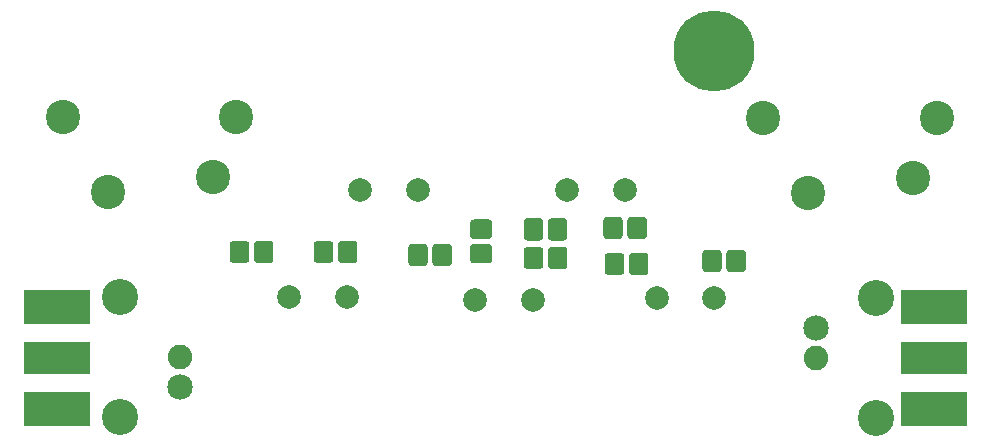
<source format=gbr>
G04 #@! TF.GenerationSoftware,KiCad,Pcbnew,(5.1.5)-3*
G04 #@! TF.CreationDate,2021-08-17T20:52:24-04:00*
G04 #@! TF.ProjectId,CW5,4357352e-6b69-4636-9164-5f7063625858,1*
G04 #@! TF.SameCoordinates,Original*
G04 #@! TF.FileFunction,Soldermask,Top*
G04 #@! TF.FilePolarity,Negative*
%FSLAX46Y46*%
G04 Gerber Fmt 4.6, Leading zero omitted, Abs format (unit mm)*
G04 Created by KiCad (PCBNEW (5.1.5)-3) date 2021-08-17 20:52:24*
%MOMM*%
%LPD*%
G04 APERTURE LIST*
%ADD10C,6.858000*%
%ADD11C,2.082800*%
%ADD12C,2.159000*%
%ADD13C,3.048000*%
%ADD14R,5.588000X2.794000*%
%ADD15R,5.588000X2.921000*%
%ADD16C,2.008000*%
%ADD17C,2.908000*%
%ADD18C,0.150000*%
G04 APERTURE END LIST*
D10*
X90571000Y-52717400D03*
D11*
X45359000Y-78625400D03*
D12*
X45359000Y-81165400D03*
D13*
X40279000Y-83705400D03*
X40279000Y-73545400D03*
X104287000Y-83832400D03*
X104287000Y-73672400D03*
D12*
X99207000Y-76212400D03*
D11*
X99207000Y-78752400D03*
D14*
X34945000Y-78752400D03*
D15*
X34945000Y-74434400D03*
X34945000Y-83070400D03*
X109240000Y-83070400D03*
X109240000Y-74434400D03*
D14*
X109240000Y-78752400D03*
D16*
X54630000Y-73545400D03*
X59530000Y-73545400D03*
X65552000Y-64528400D03*
X60652000Y-64528400D03*
X75278000Y-73799400D03*
X70378000Y-73799400D03*
X83078000Y-64528400D03*
X78178000Y-64528400D03*
X90645000Y-73672400D03*
X85745000Y-73672400D03*
D17*
X35453000Y-58305400D03*
X50153000Y-58305400D03*
X39263000Y-64655400D03*
X48153000Y-63385400D03*
X107462000Y-63512400D03*
X98572000Y-64782400D03*
X109462000Y-58432400D03*
X94762000Y-58432400D03*
D18*
G36*
X50933895Y-68783136D02*
G01*
X50968883Y-68788326D01*
X51003194Y-68796920D01*
X51036498Y-68808836D01*
X51068473Y-68823960D01*
X51098812Y-68842144D01*
X51127223Y-68863215D01*
X51153431Y-68886969D01*
X51177185Y-68913177D01*
X51198256Y-68941588D01*
X51216440Y-68971927D01*
X51231564Y-69003902D01*
X51243480Y-69037206D01*
X51252074Y-69071517D01*
X51257264Y-69106505D01*
X51259000Y-69141834D01*
X51259000Y-70328966D01*
X51257264Y-70364295D01*
X51252074Y-70399283D01*
X51243480Y-70433594D01*
X51231564Y-70466898D01*
X51216440Y-70498873D01*
X51198256Y-70529212D01*
X51177185Y-70557623D01*
X51153431Y-70583831D01*
X51127223Y-70607585D01*
X51098812Y-70628656D01*
X51068473Y-70646840D01*
X51036498Y-70661964D01*
X51003194Y-70673880D01*
X50968883Y-70682474D01*
X50933895Y-70687664D01*
X50898566Y-70689400D01*
X49961434Y-70689400D01*
X49926105Y-70687664D01*
X49891117Y-70682474D01*
X49856806Y-70673880D01*
X49823502Y-70661964D01*
X49791527Y-70646840D01*
X49761188Y-70628656D01*
X49732777Y-70607585D01*
X49706569Y-70583831D01*
X49682815Y-70557623D01*
X49661744Y-70529212D01*
X49643560Y-70498873D01*
X49628436Y-70466898D01*
X49616520Y-70433594D01*
X49607926Y-70399283D01*
X49602736Y-70364295D01*
X49601000Y-70328966D01*
X49601000Y-69141834D01*
X49602736Y-69106505D01*
X49607926Y-69071517D01*
X49616520Y-69037206D01*
X49628436Y-69003902D01*
X49643560Y-68971927D01*
X49661744Y-68941588D01*
X49682815Y-68913177D01*
X49706569Y-68886969D01*
X49732777Y-68863215D01*
X49761188Y-68842144D01*
X49791527Y-68823960D01*
X49823502Y-68808836D01*
X49856806Y-68796920D01*
X49891117Y-68788326D01*
X49926105Y-68783136D01*
X49961434Y-68781400D01*
X50898566Y-68781400D01*
X50933895Y-68783136D01*
G37*
G36*
X52983895Y-68783136D02*
G01*
X53018883Y-68788326D01*
X53053194Y-68796920D01*
X53086498Y-68808836D01*
X53118473Y-68823960D01*
X53148812Y-68842144D01*
X53177223Y-68863215D01*
X53203431Y-68886969D01*
X53227185Y-68913177D01*
X53248256Y-68941588D01*
X53266440Y-68971927D01*
X53281564Y-69003902D01*
X53293480Y-69037206D01*
X53302074Y-69071517D01*
X53307264Y-69106505D01*
X53309000Y-69141834D01*
X53309000Y-70328966D01*
X53307264Y-70364295D01*
X53302074Y-70399283D01*
X53293480Y-70433594D01*
X53281564Y-70466898D01*
X53266440Y-70498873D01*
X53248256Y-70529212D01*
X53227185Y-70557623D01*
X53203431Y-70583831D01*
X53177223Y-70607585D01*
X53148812Y-70628656D01*
X53118473Y-70646840D01*
X53086498Y-70661964D01*
X53053194Y-70673880D01*
X53018883Y-70682474D01*
X52983895Y-70687664D01*
X52948566Y-70689400D01*
X52011434Y-70689400D01*
X51976105Y-70687664D01*
X51941117Y-70682474D01*
X51906806Y-70673880D01*
X51873502Y-70661964D01*
X51841527Y-70646840D01*
X51811188Y-70628656D01*
X51782777Y-70607585D01*
X51756569Y-70583831D01*
X51732815Y-70557623D01*
X51711744Y-70529212D01*
X51693560Y-70498873D01*
X51678436Y-70466898D01*
X51666520Y-70433594D01*
X51657926Y-70399283D01*
X51652736Y-70364295D01*
X51651000Y-70328966D01*
X51651000Y-69141834D01*
X51652736Y-69106505D01*
X51657926Y-69071517D01*
X51666520Y-69037206D01*
X51678436Y-69003902D01*
X51693560Y-68971927D01*
X51711744Y-68941588D01*
X51732815Y-68913177D01*
X51756569Y-68886969D01*
X51782777Y-68863215D01*
X51811188Y-68842144D01*
X51841527Y-68823960D01*
X51873502Y-68808836D01*
X51906806Y-68796920D01*
X51941117Y-68788326D01*
X51976105Y-68783136D01*
X52011434Y-68781400D01*
X52948566Y-68781400D01*
X52983895Y-68783136D01*
G37*
G36*
X60095895Y-68783136D02*
G01*
X60130883Y-68788326D01*
X60165194Y-68796920D01*
X60198498Y-68808836D01*
X60230473Y-68823960D01*
X60260812Y-68842144D01*
X60289223Y-68863215D01*
X60315431Y-68886969D01*
X60339185Y-68913177D01*
X60360256Y-68941588D01*
X60378440Y-68971927D01*
X60393564Y-69003902D01*
X60405480Y-69037206D01*
X60414074Y-69071517D01*
X60419264Y-69106505D01*
X60421000Y-69141834D01*
X60421000Y-70328966D01*
X60419264Y-70364295D01*
X60414074Y-70399283D01*
X60405480Y-70433594D01*
X60393564Y-70466898D01*
X60378440Y-70498873D01*
X60360256Y-70529212D01*
X60339185Y-70557623D01*
X60315431Y-70583831D01*
X60289223Y-70607585D01*
X60260812Y-70628656D01*
X60230473Y-70646840D01*
X60198498Y-70661964D01*
X60165194Y-70673880D01*
X60130883Y-70682474D01*
X60095895Y-70687664D01*
X60060566Y-70689400D01*
X59123434Y-70689400D01*
X59088105Y-70687664D01*
X59053117Y-70682474D01*
X59018806Y-70673880D01*
X58985502Y-70661964D01*
X58953527Y-70646840D01*
X58923188Y-70628656D01*
X58894777Y-70607585D01*
X58868569Y-70583831D01*
X58844815Y-70557623D01*
X58823744Y-70529212D01*
X58805560Y-70498873D01*
X58790436Y-70466898D01*
X58778520Y-70433594D01*
X58769926Y-70399283D01*
X58764736Y-70364295D01*
X58763000Y-70328966D01*
X58763000Y-69141834D01*
X58764736Y-69106505D01*
X58769926Y-69071517D01*
X58778520Y-69037206D01*
X58790436Y-69003902D01*
X58805560Y-68971927D01*
X58823744Y-68941588D01*
X58844815Y-68913177D01*
X58868569Y-68886969D01*
X58894777Y-68863215D01*
X58923188Y-68842144D01*
X58953527Y-68823960D01*
X58985502Y-68808836D01*
X59018806Y-68796920D01*
X59053117Y-68788326D01*
X59088105Y-68783136D01*
X59123434Y-68781400D01*
X60060566Y-68781400D01*
X60095895Y-68783136D01*
G37*
G36*
X58045895Y-68783136D02*
G01*
X58080883Y-68788326D01*
X58115194Y-68796920D01*
X58148498Y-68808836D01*
X58180473Y-68823960D01*
X58210812Y-68842144D01*
X58239223Y-68863215D01*
X58265431Y-68886969D01*
X58289185Y-68913177D01*
X58310256Y-68941588D01*
X58328440Y-68971927D01*
X58343564Y-69003902D01*
X58355480Y-69037206D01*
X58364074Y-69071517D01*
X58369264Y-69106505D01*
X58371000Y-69141834D01*
X58371000Y-70328966D01*
X58369264Y-70364295D01*
X58364074Y-70399283D01*
X58355480Y-70433594D01*
X58343564Y-70466898D01*
X58328440Y-70498873D01*
X58310256Y-70529212D01*
X58289185Y-70557623D01*
X58265431Y-70583831D01*
X58239223Y-70607585D01*
X58210812Y-70628656D01*
X58180473Y-70646840D01*
X58148498Y-70661964D01*
X58115194Y-70673880D01*
X58080883Y-70682474D01*
X58045895Y-70687664D01*
X58010566Y-70689400D01*
X57073434Y-70689400D01*
X57038105Y-70687664D01*
X57003117Y-70682474D01*
X56968806Y-70673880D01*
X56935502Y-70661964D01*
X56903527Y-70646840D01*
X56873188Y-70628656D01*
X56844777Y-70607585D01*
X56818569Y-70583831D01*
X56794815Y-70557623D01*
X56773744Y-70529212D01*
X56755560Y-70498873D01*
X56740436Y-70466898D01*
X56728520Y-70433594D01*
X56719926Y-70399283D01*
X56714736Y-70364295D01*
X56713000Y-70328966D01*
X56713000Y-69141834D01*
X56714736Y-69106505D01*
X56719926Y-69071517D01*
X56728520Y-69037206D01*
X56740436Y-69003902D01*
X56755560Y-68971927D01*
X56773744Y-68941588D01*
X56794815Y-68913177D01*
X56818569Y-68886969D01*
X56844777Y-68863215D01*
X56873188Y-68842144D01*
X56903527Y-68823960D01*
X56935502Y-68808836D01*
X56968806Y-68796920D01*
X57003117Y-68788326D01*
X57038105Y-68783136D01*
X57073434Y-68781400D01*
X58010566Y-68781400D01*
X58045895Y-68783136D01*
G37*
G36*
X68096895Y-69037136D02*
G01*
X68131883Y-69042326D01*
X68166194Y-69050920D01*
X68199498Y-69062836D01*
X68231473Y-69077960D01*
X68261812Y-69096144D01*
X68290223Y-69117215D01*
X68316431Y-69140969D01*
X68340185Y-69167177D01*
X68361256Y-69195588D01*
X68379440Y-69225927D01*
X68394564Y-69257902D01*
X68406480Y-69291206D01*
X68415074Y-69325517D01*
X68420264Y-69360505D01*
X68422000Y-69395834D01*
X68422000Y-70582966D01*
X68420264Y-70618295D01*
X68415074Y-70653283D01*
X68406480Y-70687594D01*
X68394564Y-70720898D01*
X68379440Y-70752873D01*
X68361256Y-70783212D01*
X68340185Y-70811623D01*
X68316431Y-70837831D01*
X68290223Y-70861585D01*
X68261812Y-70882656D01*
X68231473Y-70900840D01*
X68199498Y-70915964D01*
X68166194Y-70927880D01*
X68131883Y-70936474D01*
X68096895Y-70941664D01*
X68061566Y-70943400D01*
X67124434Y-70943400D01*
X67089105Y-70941664D01*
X67054117Y-70936474D01*
X67019806Y-70927880D01*
X66986502Y-70915964D01*
X66954527Y-70900840D01*
X66924188Y-70882656D01*
X66895777Y-70861585D01*
X66869569Y-70837831D01*
X66845815Y-70811623D01*
X66824744Y-70783212D01*
X66806560Y-70752873D01*
X66791436Y-70720898D01*
X66779520Y-70687594D01*
X66770926Y-70653283D01*
X66765736Y-70618295D01*
X66764000Y-70582966D01*
X66764000Y-69395834D01*
X66765736Y-69360505D01*
X66770926Y-69325517D01*
X66779520Y-69291206D01*
X66791436Y-69257902D01*
X66806560Y-69225927D01*
X66824744Y-69195588D01*
X66845815Y-69167177D01*
X66869569Y-69140969D01*
X66895777Y-69117215D01*
X66924188Y-69096144D01*
X66954527Y-69077960D01*
X66986502Y-69062836D01*
X67019806Y-69050920D01*
X67054117Y-69042326D01*
X67089105Y-69037136D01*
X67124434Y-69035400D01*
X68061566Y-69035400D01*
X68096895Y-69037136D01*
G37*
G36*
X66046895Y-69037136D02*
G01*
X66081883Y-69042326D01*
X66116194Y-69050920D01*
X66149498Y-69062836D01*
X66181473Y-69077960D01*
X66211812Y-69096144D01*
X66240223Y-69117215D01*
X66266431Y-69140969D01*
X66290185Y-69167177D01*
X66311256Y-69195588D01*
X66329440Y-69225927D01*
X66344564Y-69257902D01*
X66356480Y-69291206D01*
X66365074Y-69325517D01*
X66370264Y-69360505D01*
X66372000Y-69395834D01*
X66372000Y-70582966D01*
X66370264Y-70618295D01*
X66365074Y-70653283D01*
X66356480Y-70687594D01*
X66344564Y-70720898D01*
X66329440Y-70752873D01*
X66311256Y-70783212D01*
X66290185Y-70811623D01*
X66266431Y-70837831D01*
X66240223Y-70861585D01*
X66211812Y-70882656D01*
X66181473Y-70900840D01*
X66149498Y-70915964D01*
X66116194Y-70927880D01*
X66081883Y-70936474D01*
X66046895Y-70941664D01*
X66011566Y-70943400D01*
X65074434Y-70943400D01*
X65039105Y-70941664D01*
X65004117Y-70936474D01*
X64969806Y-70927880D01*
X64936502Y-70915964D01*
X64904527Y-70900840D01*
X64874188Y-70882656D01*
X64845777Y-70861585D01*
X64819569Y-70837831D01*
X64795815Y-70811623D01*
X64774744Y-70783212D01*
X64756560Y-70752873D01*
X64741436Y-70720898D01*
X64729520Y-70687594D01*
X64720926Y-70653283D01*
X64715736Y-70618295D01*
X64714000Y-70582966D01*
X64714000Y-69395834D01*
X64715736Y-69360505D01*
X64720926Y-69325517D01*
X64729520Y-69291206D01*
X64741436Y-69257902D01*
X64756560Y-69225927D01*
X64774744Y-69195588D01*
X64795815Y-69167177D01*
X64819569Y-69140969D01*
X64845777Y-69117215D01*
X64874188Y-69096144D01*
X64904527Y-69077960D01*
X64936502Y-69062836D01*
X64969806Y-69050920D01*
X65004117Y-69042326D01*
X65039105Y-69037136D01*
X65074434Y-69035400D01*
X66011566Y-69035400D01*
X66046895Y-69037136D01*
G37*
G36*
X71514895Y-69044136D02*
G01*
X71549883Y-69049326D01*
X71584194Y-69057920D01*
X71617498Y-69069836D01*
X71649473Y-69084960D01*
X71679812Y-69103144D01*
X71708223Y-69124215D01*
X71734431Y-69147969D01*
X71758185Y-69174177D01*
X71779256Y-69202588D01*
X71797440Y-69232927D01*
X71812564Y-69264902D01*
X71824480Y-69298206D01*
X71833074Y-69332517D01*
X71838264Y-69367505D01*
X71840000Y-69402834D01*
X71840000Y-70339966D01*
X71838264Y-70375295D01*
X71833074Y-70410283D01*
X71824480Y-70444594D01*
X71812564Y-70477898D01*
X71797440Y-70509873D01*
X71779256Y-70540212D01*
X71758185Y-70568623D01*
X71734431Y-70594831D01*
X71708223Y-70618585D01*
X71679812Y-70639656D01*
X71649473Y-70657840D01*
X71617498Y-70672964D01*
X71584194Y-70684880D01*
X71549883Y-70693474D01*
X71514895Y-70698664D01*
X71479566Y-70700400D01*
X70292434Y-70700400D01*
X70257105Y-70698664D01*
X70222117Y-70693474D01*
X70187806Y-70684880D01*
X70154502Y-70672964D01*
X70122527Y-70657840D01*
X70092188Y-70639656D01*
X70063777Y-70618585D01*
X70037569Y-70594831D01*
X70013815Y-70568623D01*
X69992744Y-70540212D01*
X69974560Y-70509873D01*
X69959436Y-70477898D01*
X69947520Y-70444594D01*
X69938926Y-70410283D01*
X69933736Y-70375295D01*
X69932000Y-70339966D01*
X69932000Y-69402834D01*
X69933736Y-69367505D01*
X69938926Y-69332517D01*
X69947520Y-69298206D01*
X69959436Y-69264902D01*
X69974560Y-69232927D01*
X69992744Y-69202588D01*
X70013815Y-69174177D01*
X70037569Y-69147969D01*
X70063777Y-69124215D01*
X70092188Y-69103144D01*
X70122527Y-69084960D01*
X70154502Y-69069836D01*
X70187806Y-69057920D01*
X70222117Y-69049326D01*
X70257105Y-69044136D01*
X70292434Y-69042400D01*
X71479566Y-69042400D01*
X71514895Y-69044136D01*
G37*
G36*
X71514895Y-66994136D02*
G01*
X71549883Y-66999326D01*
X71584194Y-67007920D01*
X71617498Y-67019836D01*
X71649473Y-67034960D01*
X71679812Y-67053144D01*
X71708223Y-67074215D01*
X71734431Y-67097969D01*
X71758185Y-67124177D01*
X71779256Y-67152588D01*
X71797440Y-67182927D01*
X71812564Y-67214902D01*
X71824480Y-67248206D01*
X71833074Y-67282517D01*
X71838264Y-67317505D01*
X71840000Y-67352834D01*
X71840000Y-68289966D01*
X71838264Y-68325295D01*
X71833074Y-68360283D01*
X71824480Y-68394594D01*
X71812564Y-68427898D01*
X71797440Y-68459873D01*
X71779256Y-68490212D01*
X71758185Y-68518623D01*
X71734431Y-68544831D01*
X71708223Y-68568585D01*
X71679812Y-68589656D01*
X71649473Y-68607840D01*
X71617498Y-68622964D01*
X71584194Y-68634880D01*
X71549883Y-68643474D01*
X71514895Y-68648664D01*
X71479566Y-68650400D01*
X70292434Y-68650400D01*
X70257105Y-68648664D01*
X70222117Y-68643474D01*
X70187806Y-68634880D01*
X70154502Y-68622964D01*
X70122527Y-68607840D01*
X70092188Y-68589656D01*
X70063777Y-68568585D01*
X70037569Y-68544831D01*
X70013815Y-68518623D01*
X69992744Y-68490212D01*
X69974560Y-68459873D01*
X69959436Y-68427898D01*
X69947520Y-68394594D01*
X69938926Y-68360283D01*
X69933736Y-68325295D01*
X69932000Y-68289966D01*
X69932000Y-67352834D01*
X69933736Y-67317505D01*
X69938926Y-67282517D01*
X69947520Y-67248206D01*
X69959436Y-67214902D01*
X69974560Y-67182927D01*
X69992744Y-67152588D01*
X70013815Y-67124177D01*
X70037569Y-67097969D01*
X70063777Y-67074215D01*
X70092188Y-67053144D01*
X70122527Y-67034960D01*
X70154502Y-67019836D01*
X70187806Y-67007920D01*
X70222117Y-66999326D01*
X70257105Y-66994136D01*
X70292434Y-66992400D01*
X71479566Y-66992400D01*
X71514895Y-66994136D01*
G37*
G36*
X77875895Y-69291136D02*
G01*
X77910883Y-69296326D01*
X77945194Y-69304920D01*
X77978498Y-69316836D01*
X78010473Y-69331960D01*
X78040812Y-69350144D01*
X78069223Y-69371215D01*
X78095431Y-69394969D01*
X78119185Y-69421177D01*
X78140256Y-69449588D01*
X78158440Y-69479927D01*
X78173564Y-69511902D01*
X78185480Y-69545206D01*
X78194074Y-69579517D01*
X78199264Y-69614505D01*
X78201000Y-69649834D01*
X78201000Y-70836966D01*
X78199264Y-70872295D01*
X78194074Y-70907283D01*
X78185480Y-70941594D01*
X78173564Y-70974898D01*
X78158440Y-71006873D01*
X78140256Y-71037212D01*
X78119185Y-71065623D01*
X78095431Y-71091831D01*
X78069223Y-71115585D01*
X78040812Y-71136656D01*
X78010473Y-71154840D01*
X77978498Y-71169964D01*
X77945194Y-71181880D01*
X77910883Y-71190474D01*
X77875895Y-71195664D01*
X77840566Y-71197400D01*
X76903434Y-71197400D01*
X76868105Y-71195664D01*
X76833117Y-71190474D01*
X76798806Y-71181880D01*
X76765502Y-71169964D01*
X76733527Y-71154840D01*
X76703188Y-71136656D01*
X76674777Y-71115585D01*
X76648569Y-71091831D01*
X76624815Y-71065623D01*
X76603744Y-71037212D01*
X76585560Y-71006873D01*
X76570436Y-70974898D01*
X76558520Y-70941594D01*
X76549926Y-70907283D01*
X76544736Y-70872295D01*
X76543000Y-70836966D01*
X76543000Y-69649834D01*
X76544736Y-69614505D01*
X76549926Y-69579517D01*
X76558520Y-69545206D01*
X76570436Y-69511902D01*
X76585560Y-69479927D01*
X76603744Y-69449588D01*
X76624815Y-69421177D01*
X76648569Y-69394969D01*
X76674777Y-69371215D01*
X76703188Y-69350144D01*
X76733527Y-69331960D01*
X76765502Y-69316836D01*
X76798806Y-69304920D01*
X76833117Y-69296326D01*
X76868105Y-69291136D01*
X76903434Y-69289400D01*
X77840566Y-69289400D01*
X77875895Y-69291136D01*
G37*
G36*
X75825895Y-69291136D02*
G01*
X75860883Y-69296326D01*
X75895194Y-69304920D01*
X75928498Y-69316836D01*
X75960473Y-69331960D01*
X75990812Y-69350144D01*
X76019223Y-69371215D01*
X76045431Y-69394969D01*
X76069185Y-69421177D01*
X76090256Y-69449588D01*
X76108440Y-69479927D01*
X76123564Y-69511902D01*
X76135480Y-69545206D01*
X76144074Y-69579517D01*
X76149264Y-69614505D01*
X76151000Y-69649834D01*
X76151000Y-70836966D01*
X76149264Y-70872295D01*
X76144074Y-70907283D01*
X76135480Y-70941594D01*
X76123564Y-70974898D01*
X76108440Y-71006873D01*
X76090256Y-71037212D01*
X76069185Y-71065623D01*
X76045431Y-71091831D01*
X76019223Y-71115585D01*
X75990812Y-71136656D01*
X75960473Y-71154840D01*
X75928498Y-71169964D01*
X75895194Y-71181880D01*
X75860883Y-71190474D01*
X75825895Y-71195664D01*
X75790566Y-71197400D01*
X74853434Y-71197400D01*
X74818105Y-71195664D01*
X74783117Y-71190474D01*
X74748806Y-71181880D01*
X74715502Y-71169964D01*
X74683527Y-71154840D01*
X74653188Y-71136656D01*
X74624777Y-71115585D01*
X74598569Y-71091831D01*
X74574815Y-71065623D01*
X74553744Y-71037212D01*
X74535560Y-71006873D01*
X74520436Y-70974898D01*
X74508520Y-70941594D01*
X74499926Y-70907283D01*
X74494736Y-70872295D01*
X74493000Y-70836966D01*
X74493000Y-69649834D01*
X74494736Y-69614505D01*
X74499926Y-69579517D01*
X74508520Y-69545206D01*
X74520436Y-69511902D01*
X74535560Y-69479927D01*
X74553744Y-69449588D01*
X74574815Y-69421177D01*
X74598569Y-69394969D01*
X74624777Y-69371215D01*
X74653188Y-69350144D01*
X74683527Y-69331960D01*
X74715502Y-69316836D01*
X74748806Y-69304920D01*
X74783117Y-69296326D01*
X74818105Y-69291136D01*
X74853434Y-69289400D01*
X75790566Y-69289400D01*
X75825895Y-69291136D01*
G37*
G36*
X75825895Y-66878136D02*
G01*
X75860883Y-66883326D01*
X75895194Y-66891920D01*
X75928498Y-66903836D01*
X75960473Y-66918960D01*
X75990812Y-66937144D01*
X76019223Y-66958215D01*
X76045431Y-66981969D01*
X76069185Y-67008177D01*
X76090256Y-67036588D01*
X76108440Y-67066927D01*
X76123564Y-67098902D01*
X76135480Y-67132206D01*
X76144074Y-67166517D01*
X76149264Y-67201505D01*
X76151000Y-67236834D01*
X76151000Y-68423966D01*
X76149264Y-68459295D01*
X76144074Y-68494283D01*
X76135480Y-68528594D01*
X76123564Y-68561898D01*
X76108440Y-68593873D01*
X76090256Y-68624212D01*
X76069185Y-68652623D01*
X76045431Y-68678831D01*
X76019223Y-68702585D01*
X75990812Y-68723656D01*
X75960473Y-68741840D01*
X75928498Y-68756964D01*
X75895194Y-68768880D01*
X75860883Y-68777474D01*
X75825895Y-68782664D01*
X75790566Y-68784400D01*
X74853434Y-68784400D01*
X74818105Y-68782664D01*
X74783117Y-68777474D01*
X74748806Y-68768880D01*
X74715502Y-68756964D01*
X74683527Y-68741840D01*
X74653188Y-68723656D01*
X74624777Y-68702585D01*
X74598569Y-68678831D01*
X74574815Y-68652623D01*
X74553744Y-68624212D01*
X74535560Y-68593873D01*
X74520436Y-68561898D01*
X74508520Y-68528594D01*
X74499926Y-68494283D01*
X74494736Y-68459295D01*
X74493000Y-68423966D01*
X74493000Y-67236834D01*
X74494736Y-67201505D01*
X74499926Y-67166517D01*
X74508520Y-67132206D01*
X74520436Y-67098902D01*
X74535560Y-67066927D01*
X74553744Y-67036588D01*
X74574815Y-67008177D01*
X74598569Y-66981969D01*
X74624777Y-66958215D01*
X74653188Y-66937144D01*
X74683527Y-66918960D01*
X74715502Y-66903836D01*
X74748806Y-66891920D01*
X74783117Y-66883326D01*
X74818105Y-66878136D01*
X74853434Y-66876400D01*
X75790566Y-66876400D01*
X75825895Y-66878136D01*
G37*
G36*
X77875895Y-66878136D02*
G01*
X77910883Y-66883326D01*
X77945194Y-66891920D01*
X77978498Y-66903836D01*
X78010473Y-66918960D01*
X78040812Y-66937144D01*
X78069223Y-66958215D01*
X78095431Y-66981969D01*
X78119185Y-67008177D01*
X78140256Y-67036588D01*
X78158440Y-67066927D01*
X78173564Y-67098902D01*
X78185480Y-67132206D01*
X78194074Y-67166517D01*
X78199264Y-67201505D01*
X78201000Y-67236834D01*
X78201000Y-68423966D01*
X78199264Y-68459295D01*
X78194074Y-68494283D01*
X78185480Y-68528594D01*
X78173564Y-68561898D01*
X78158440Y-68593873D01*
X78140256Y-68624212D01*
X78119185Y-68652623D01*
X78095431Y-68678831D01*
X78069223Y-68702585D01*
X78040812Y-68723656D01*
X78010473Y-68741840D01*
X77978498Y-68756964D01*
X77945194Y-68768880D01*
X77910883Y-68777474D01*
X77875895Y-68782664D01*
X77840566Y-68784400D01*
X76903434Y-68784400D01*
X76868105Y-68782664D01*
X76833117Y-68777474D01*
X76798806Y-68768880D01*
X76765502Y-68756964D01*
X76733527Y-68741840D01*
X76703188Y-68723656D01*
X76674777Y-68702585D01*
X76648569Y-68678831D01*
X76624815Y-68652623D01*
X76603744Y-68624212D01*
X76585560Y-68593873D01*
X76570436Y-68561898D01*
X76558520Y-68528594D01*
X76549926Y-68494283D01*
X76544736Y-68459295D01*
X76543000Y-68423966D01*
X76543000Y-67236834D01*
X76544736Y-67201505D01*
X76549926Y-67166517D01*
X76558520Y-67132206D01*
X76570436Y-67098902D01*
X76585560Y-67066927D01*
X76603744Y-67036588D01*
X76624815Y-67008177D01*
X76648569Y-66981969D01*
X76674777Y-66958215D01*
X76703188Y-66937144D01*
X76733527Y-66918960D01*
X76765502Y-66903836D01*
X76798806Y-66891920D01*
X76833117Y-66883326D01*
X76868105Y-66878136D01*
X76903434Y-66876400D01*
X77840566Y-66876400D01*
X77875895Y-66878136D01*
G37*
G36*
X82556895Y-66751136D02*
G01*
X82591883Y-66756326D01*
X82626194Y-66764920D01*
X82659498Y-66776836D01*
X82691473Y-66791960D01*
X82721812Y-66810144D01*
X82750223Y-66831215D01*
X82776431Y-66854969D01*
X82800185Y-66881177D01*
X82821256Y-66909588D01*
X82839440Y-66939927D01*
X82854564Y-66971902D01*
X82866480Y-67005206D01*
X82875074Y-67039517D01*
X82880264Y-67074505D01*
X82882000Y-67109834D01*
X82882000Y-68296966D01*
X82880264Y-68332295D01*
X82875074Y-68367283D01*
X82866480Y-68401594D01*
X82854564Y-68434898D01*
X82839440Y-68466873D01*
X82821256Y-68497212D01*
X82800185Y-68525623D01*
X82776431Y-68551831D01*
X82750223Y-68575585D01*
X82721812Y-68596656D01*
X82691473Y-68614840D01*
X82659498Y-68629964D01*
X82626194Y-68641880D01*
X82591883Y-68650474D01*
X82556895Y-68655664D01*
X82521566Y-68657400D01*
X81584434Y-68657400D01*
X81549105Y-68655664D01*
X81514117Y-68650474D01*
X81479806Y-68641880D01*
X81446502Y-68629964D01*
X81414527Y-68614840D01*
X81384188Y-68596656D01*
X81355777Y-68575585D01*
X81329569Y-68551831D01*
X81305815Y-68525623D01*
X81284744Y-68497212D01*
X81266560Y-68466873D01*
X81251436Y-68434898D01*
X81239520Y-68401594D01*
X81230926Y-68367283D01*
X81225736Y-68332295D01*
X81224000Y-68296966D01*
X81224000Y-67109834D01*
X81225736Y-67074505D01*
X81230926Y-67039517D01*
X81239520Y-67005206D01*
X81251436Y-66971902D01*
X81266560Y-66939927D01*
X81284744Y-66909588D01*
X81305815Y-66881177D01*
X81329569Y-66854969D01*
X81355777Y-66831215D01*
X81384188Y-66810144D01*
X81414527Y-66791960D01*
X81446502Y-66776836D01*
X81479806Y-66764920D01*
X81514117Y-66756326D01*
X81549105Y-66751136D01*
X81584434Y-66749400D01*
X82521566Y-66749400D01*
X82556895Y-66751136D01*
G37*
G36*
X84606895Y-66751136D02*
G01*
X84641883Y-66756326D01*
X84676194Y-66764920D01*
X84709498Y-66776836D01*
X84741473Y-66791960D01*
X84771812Y-66810144D01*
X84800223Y-66831215D01*
X84826431Y-66854969D01*
X84850185Y-66881177D01*
X84871256Y-66909588D01*
X84889440Y-66939927D01*
X84904564Y-66971902D01*
X84916480Y-67005206D01*
X84925074Y-67039517D01*
X84930264Y-67074505D01*
X84932000Y-67109834D01*
X84932000Y-68296966D01*
X84930264Y-68332295D01*
X84925074Y-68367283D01*
X84916480Y-68401594D01*
X84904564Y-68434898D01*
X84889440Y-68466873D01*
X84871256Y-68497212D01*
X84850185Y-68525623D01*
X84826431Y-68551831D01*
X84800223Y-68575585D01*
X84771812Y-68596656D01*
X84741473Y-68614840D01*
X84709498Y-68629964D01*
X84676194Y-68641880D01*
X84641883Y-68650474D01*
X84606895Y-68655664D01*
X84571566Y-68657400D01*
X83634434Y-68657400D01*
X83599105Y-68655664D01*
X83564117Y-68650474D01*
X83529806Y-68641880D01*
X83496502Y-68629964D01*
X83464527Y-68614840D01*
X83434188Y-68596656D01*
X83405777Y-68575585D01*
X83379569Y-68551831D01*
X83355815Y-68525623D01*
X83334744Y-68497212D01*
X83316560Y-68466873D01*
X83301436Y-68434898D01*
X83289520Y-68401594D01*
X83280926Y-68367283D01*
X83275736Y-68332295D01*
X83274000Y-68296966D01*
X83274000Y-67109834D01*
X83275736Y-67074505D01*
X83280926Y-67039517D01*
X83289520Y-67005206D01*
X83301436Y-66971902D01*
X83316560Y-66939927D01*
X83334744Y-66909588D01*
X83355815Y-66881177D01*
X83379569Y-66854969D01*
X83405777Y-66831215D01*
X83434188Y-66810144D01*
X83464527Y-66791960D01*
X83496502Y-66776836D01*
X83529806Y-66764920D01*
X83564117Y-66756326D01*
X83599105Y-66751136D01*
X83634434Y-66749400D01*
X84571566Y-66749400D01*
X84606895Y-66751136D01*
G37*
G36*
X82683895Y-69799136D02*
G01*
X82718883Y-69804326D01*
X82753194Y-69812920D01*
X82786498Y-69824836D01*
X82818473Y-69839960D01*
X82848812Y-69858144D01*
X82877223Y-69879215D01*
X82903431Y-69902969D01*
X82927185Y-69929177D01*
X82948256Y-69957588D01*
X82966440Y-69987927D01*
X82981564Y-70019902D01*
X82993480Y-70053206D01*
X83002074Y-70087517D01*
X83007264Y-70122505D01*
X83009000Y-70157834D01*
X83009000Y-71344966D01*
X83007264Y-71380295D01*
X83002074Y-71415283D01*
X82993480Y-71449594D01*
X82981564Y-71482898D01*
X82966440Y-71514873D01*
X82948256Y-71545212D01*
X82927185Y-71573623D01*
X82903431Y-71599831D01*
X82877223Y-71623585D01*
X82848812Y-71644656D01*
X82818473Y-71662840D01*
X82786498Y-71677964D01*
X82753194Y-71689880D01*
X82718883Y-71698474D01*
X82683895Y-71703664D01*
X82648566Y-71705400D01*
X81711434Y-71705400D01*
X81676105Y-71703664D01*
X81641117Y-71698474D01*
X81606806Y-71689880D01*
X81573502Y-71677964D01*
X81541527Y-71662840D01*
X81511188Y-71644656D01*
X81482777Y-71623585D01*
X81456569Y-71599831D01*
X81432815Y-71573623D01*
X81411744Y-71545212D01*
X81393560Y-71514873D01*
X81378436Y-71482898D01*
X81366520Y-71449594D01*
X81357926Y-71415283D01*
X81352736Y-71380295D01*
X81351000Y-71344966D01*
X81351000Y-70157834D01*
X81352736Y-70122505D01*
X81357926Y-70087517D01*
X81366520Y-70053206D01*
X81378436Y-70019902D01*
X81393560Y-69987927D01*
X81411744Y-69957588D01*
X81432815Y-69929177D01*
X81456569Y-69902969D01*
X81482777Y-69879215D01*
X81511188Y-69858144D01*
X81541527Y-69839960D01*
X81573502Y-69824836D01*
X81606806Y-69812920D01*
X81641117Y-69804326D01*
X81676105Y-69799136D01*
X81711434Y-69797400D01*
X82648566Y-69797400D01*
X82683895Y-69799136D01*
G37*
G36*
X84733895Y-69799136D02*
G01*
X84768883Y-69804326D01*
X84803194Y-69812920D01*
X84836498Y-69824836D01*
X84868473Y-69839960D01*
X84898812Y-69858144D01*
X84927223Y-69879215D01*
X84953431Y-69902969D01*
X84977185Y-69929177D01*
X84998256Y-69957588D01*
X85016440Y-69987927D01*
X85031564Y-70019902D01*
X85043480Y-70053206D01*
X85052074Y-70087517D01*
X85057264Y-70122505D01*
X85059000Y-70157834D01*
X85059000Y-71344966D01*
X85057264Y-71380295D01*
X85052074Y-71415283D01*
X85043480Y-71449594D01*
X85031564Y-71482898D01*
X85016440Y-71514873D01*
X84998256Y-71545212D01*
X84977185Y-71573623D01*
X84953431Y-71599831D01*
X84927223Y-71623585D01*
X84898812Y-71644656D01*
X84868473Y-71662840D01*
X84836498Y-71677964D01*
X84803194Y-71689880D01*
X84768883Y-71698474D01*
X84733895Y-71703664D01*
X84698566Y-71705400D01*
X83761434Y-71705400D01*
X83726105Y-71703664D01*
X83691117Y-71698474D01*
X83656806Y-71689880D01*
X83623502Y-71677964D01*
X83591527Y-71662840D01*
X83561188Y-71644656D01*
X83532777Y-71623585D01*
X83506569Y-71599831D01*
X83482815Y-71573623D01*
X83461744Y-71545212D01*
X83443560Y-71514873D01*
X83428436Y-71482898D01*
X83416520Y-71449594D01*
X83407926Y-71415283D01*
X83402736Y-71380295D01*
X83401000Y-71344966D01*
X83401000Y-70157834D01*
X83402736Y-70122505D01*
X83407926Y-70087517D01*
X83416520Y-70053206D01*
X83428436Y-70019902D01*
X83443560Y-69987927D01*
X83461744Y-69957588D01*
X83482815Y-69929177D01*
X83506569Y-69902969D01*
X83532777Y-69879215D01*
X83561188Y-69858144D01*
X83591527Y-69839960D01*
X83623502Y-69824836D01*
X83656806Y-69812920D01*
X83691117Y-69804326D01*
X83726105Y-69799136D01*
X83761434Y-69797400D01*
X84698566Y-69797400D01*
X84733895Y-69799136D01*
G37*
G36*
X90938895Y-69545136D02*
G01*
X90973883Y-69550326D01*
X91008194Y-69558920D01*
X91041498Y-69570836D01*
X91073473Y-69585960D01*
X91103812Y-69604144D01*
X91132223Y-69625215D01*
X91158431Y-69648969D01*
X91182185Y-69675177D01*
X91203256Y-69703588D01*
X91221440Y-69733927D01*
X91236564Y-69765902D01*
X91248480Y-69799206D01*
X91257074Y-69833517D01*
X91262264Y-69868505D01*
X91264000Y-69903834D01*
X91264000Y-71090966D01*
X91262264Y-71126295D01*
X91257074Y-71161283D01*
X91248480Y-71195594D01*
X91236564Y-71228898D01*
X91221440Y-71260873D01*
X91203256Y-71291212D01*
X91182185Y-71319623D01*
X91158431Y-71345831D01*
X91132223Y-71369585D01*
X91103812Y-71390656D01*
X91073473Y-71408840D01*
X91041498Y-71423964D01*
X91008194Y-71435880D01*
X90973883Y-71444474D01*
X90938895Y-71449664D01*
X90903566Y-71451400D01*
X89966434Y-71451400D01*
X89931105Y-71449664D01*
X89896117Y-71444474D01*
X89861806Y-71435880D01*
X89828502Y-71423964D01*
X89796527Y-71408840D01*
X89766188Y-71390656D01*
X89737777Y-71369585D01*
X89711569Y-71345831D01*
X89687815Y-71319623D01*
X89666744Y-71291212D01*
X89648560Y-71260873D01*
X89633436Y-71228898D01*
X89621520Y-71195594D01*
X89612926Y-71161283D01*
X89607736Y-71126295D01*
X89606000Y-71090966D01*
X89606000Y-69903834D01*
X89607736Y-69868505D01*
X89612926Y-69833517D01*
X89621520Y-69799206D01*
X89633436Y-69765902D01*
X89648560Y-69733927D01*
X89666744Y-69703588D01*
X89687815Y-69675177D01*
X89711569Y-69648969D01*
X89737777Y-69625215D01*
X89766188Y-69604144D01*
X89796527Y-69585960D01*
X89828502Y-69570836D01*
X89861806Y-69558920D01*
X89896117Y-69550326D01*
X89931105Y-69545136D01*
X89966434Y-69543400D01*
X90903566Y-69543400D01*
X90938895Y-69545136D01*
G37*
G36*
X92988895Y-69545136D02*
G01*
X93023883Y-69550326D01*
X93058194Y-69558920D01*
X93091498Y-69570836D01*
X93123473Y-69585960D01*
X93153812Y-69604144D01*
X93182223Y-69625215D01*
X93208431Y-69648969D01*
X93232185Y-69675177D01*
X93253256Y-69703588D01*
X93271440Y-69733927D01*
X93286564Y-69765902D01*
X93298480Y-69799206D01*
X93307074Y-69833517D01*
X93312264Y-69868505D01*
X93314000Y-69903834D01*
X93314000Y-71090966D01*
X93312264Y-71126295D01*
X93307074Y-71161283D01*
X93298480Y-71195594D01*
X93286564Y-71228898D01*
X93271440Y-71260873D01*
X93253256Y-71291212D01*
X93232185Y-71319623D01*
X93208431Y-71345831D01*
X93182223Y-71369585D01*
X93153812Y-71390656D01*
X93123473Y-71408840D01*
X93091498Y-71423964D01*
X93058194Y-71435880D01*
X93023883Y-71444474D01*
X92988895Y-71449664D01*
X92953566Y-71451400D01*
X92016434Y-71451400D01*
X91981105Y-71449664D01*
X91946117Y-71444474D01*
X91911806Y-71435880D01*
X91878502Y-71423964D01*
X91846527Y-71408840D01*
X91816188Y-71390656D01*
X91787777Y-71369585D01*
X91761569Y-71345831D01*
X91737815Y-71319623D01*
X91716744Y-71291212D01*
X91698560Y-71260873D01*
X91683436Y-71228898D01*
X91671520Y-71195594D01*
X91662926Y-71161283D01*
X91657736Y-71126295D01*
X91656000Y-71090966D01*
X91656000Y-69903834D01*
X91657736Y-69868505D01*
X91662926Y-69833517D01*
X91671520Y-69799206D01*
X91683436Y-69765902D01*
X91698560Y-69733927D01*
X91716744Y-69703588D01*
X91737815Y-69675177D01*
X91761569Y-69648969D01*
X91787777Y-69625215D01*
X91816188Y-69604144D01*
X91846527Y-69585960D01*
X91878502Y-69570836D01*
X91911806Y-69558920D01*
X91946117Y-69550326D01*
X91981105Y-69545136D01*
X92016434Y-69543400D01*
X92953566Y-69543400D01*
X92988895Y-69545136D01*
G37*
M02*

</source>
